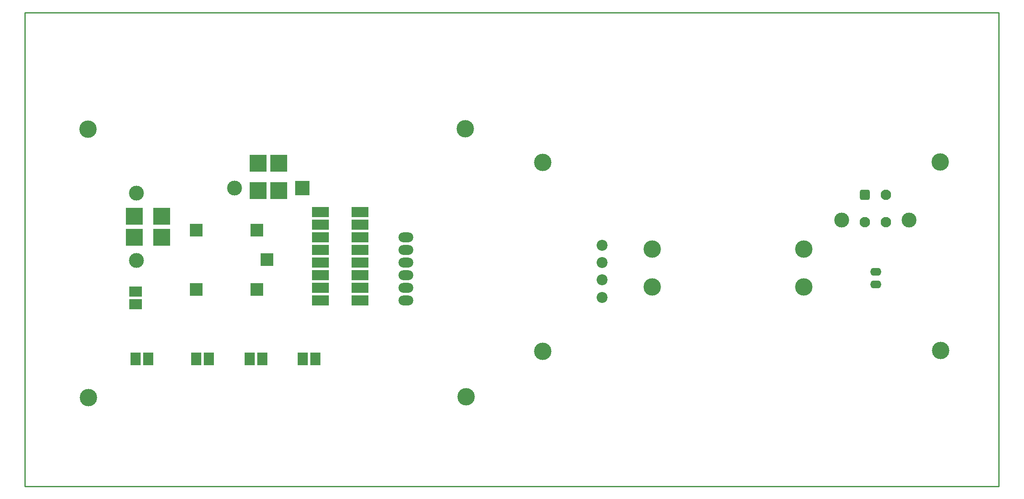
<source format=gbr>
%TF.GenerationSoftware,Altium Limited,Altium Designer,23.1.1 (15)*%
G04 Layer_Physical_Order=1*
G04 Layer_Color=255*
%FSLAX45Y45*%
%MOMM*%
%TF.SameCoordinates,E1690A04-E49A-456B-A56A-BBB97950C0A0*%
%TF.FilePolarity,Positive*%
%TF.FileFunction,Copper,L1,Top,Signal*%
%TF.Part,CustomerPanel*%
G01*
G75*
%TA.AperFunction,NonConductor*%
%ADD10C,0.25400*%
%TA.AperFunction,ComponentPad*%
%ADD11R,2.50000X2.50000*%
%ADD12R,3.50000X3.50000*%
%ADD13R,3.00000X3.00000*%
%ADD14C,3.00000*%
%ADD15R,3.50000X3.50000*%
%ADD16R,2.00000X2.50000*%
%ADD17O,3.00000X2.00000*%
%ADD18R,3.50000X2.00000*%
%ADD19R,2.50000X2.00000*%
%TA.AperFunction,ViaPad*%
%ADD20C,3.50000*%
%TA.AperFunction,ComponentPad*%
%ADD21C,2.20000*%
%ADD22C,2.10000*%
G04:AMPARAMS|DCode=23|XSize=2.1mm|YSize=2.1mm|CornerRadius=0.525mm|HoleSize=0mm|Usage=FLASHONLY|Rotation=180.000|XOffset=0mm|YOffset=0mm|HoleType=Round|Shape=RoundedRectangle|*
%AMROUNDEDRECTD23*
21,1,2.10000,1.05000,0,0,180.0*
21,1,1.05000,2.10000,0,0,180.0*
1,1,1.05000,-0.52500,0.52500*
1,1,1.05000,0.52500,0.52500*
1,1,1.05000,0.52500,-0.52500*
1,1,1.05000,-0.52500,-0.52500*
%
%ADD23ROUNDEDRECTD23*%
%ADD24O,2.25000X1.60000*%
%ADD25C,3.50000*%
D10*
X19583400D01*
X0Y9537700D02*
X19583400D01*
Y0D02*
Y9537700D01*
X0Y0D02*
Y9537700D01*
D11*
X4661700Y5162400D02*
D03*
Y3962400D02*
D03*
X3441700D02*
D03*
Y5162400D02*
D03*
X4861700Y4562400D02*
D03*
D12*
X5105400Y5956300D02*
D03*
Y6506300D02*
D03*
X4685400D02*
D03*
Y5956300D02*
D03*
D13*
X5575400Y6002300D02*
D03*
D14*
X4215400D02*
D03*
X2243100Y5906500D02*
D03*
Y4546500D02*
D03*
X16417999Y5363400D02*
D03*
X17778000D02*
D03*
D15*
X2197100Y5436500D02*
D03*
X2747100D02*
D03*
Y5016500D02*
D03*
X2197100D02*
D03*
D16*
X2476500Y2565400D02*
D03*
X2222500D02*
D03*
X5842000D02*
D03*
X5588000D02*
D03*
X4768850D02*
D03*
X4514850D02*
D03*
X3695700D02*
D03*
X3441700D02*
D03*
D17*
X7657700Y4000500D02*
D03*
Y4254500D02*
D03*
Y4762500D02*
D03*
Y3746500D02*
D03*
Y5016500D02*
D03*
Y4508500D02*
D03*
D18*
X6734300Y3746500D02*
D03*
Y4000500D02*
D03*
Y4254500D02*
D03*
Y4508500D02*
D03*
Y4762500D02*
D03*
Y5016500D02*
D03*
Y5270500D02*
D03*
Y5524500D02*
D03*
X5940300D02*
D03*
Y5270500D02*
D03*
Y5016500D02*
D03*
Y4762500D02*
D03*
Y4508500D02*
D03*
Y4254500D02*
D03*
Y4000500D02*
D03*
Y3746500D02*
D03*
D19*
X2222500Y3670300D02*
D03*
Y3924300D02*
D03*
D20*
X1275200Y1788600D02*
D03*
X8872700Y1803600D02*
D03*
X1267700Y7191100D02*
D03*
X8850200Y7198600D02*
D03*
X10407672Y6520929D02*
D03*
Y2720929D02*
D03*
X18407672Y2735928D02*
D03*
X18407100Y6528400D02*
D03*
D21*
X11605700Y4856480D02*
D03*
Y4505960D02*
D03*
Y3804920D02*
D03*
Y4155440D02*
D03*
D22*
X16888000Y5317400D02*
D03*
X17308000Y5867400D02*
D03*
Y5317400D02*
D03*
D23*
X16888000Y5867400D02*
D03*
D24*
X17104800Y4064000D02*
D03*
Y4318000D02*
D03*
D25*
X15657001Y4013200D02*
D03*
Y4775200D02*
D03*
X12609000Y4013200D02*
D03*
Y4775200D02*
D03*
%TF.MD5,f3a234457a4e794566acb53ffd328d28*%
M02*

</source>
